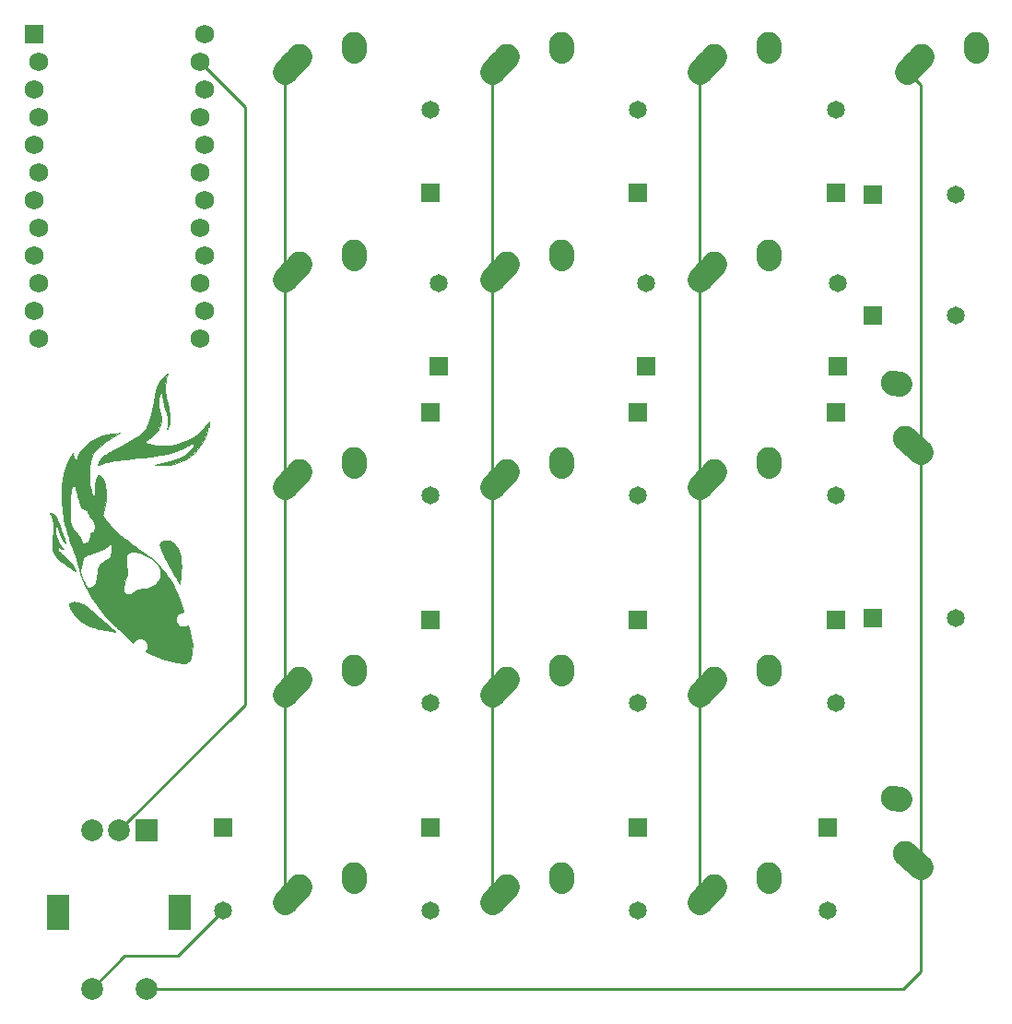
<source format=gtl>
G04 #@! TF.GenerationSoftware,KiCad,Pcbnew,(5.1.4)-1*
G04 #@! TF.CreationDate,2020-11-23T22:31:48-05:00*
G04 #@! TF.ProjectId,Knomberpad,4b6e6f6d-6265-4727-9061-642e6b696361,rev?*
G04 #@! TF.SameCoordinates,Original*
G04 #@! TF.FileFunction,Copper,L1,Top*
G04 #@! TF.FilePolarity,Positive*
%FSLAX46Y46*%
G04 Gerber Fmt 4.6, Leading zero omitted, Abs format (unit mm)*
G04 Created by KiCad (PCBNEW (5.1.4)-1) date 2020-11-23 22:31:48*
%MOMM*%
%LPD*%
G04 APERTURE LIST*
%ADD10C,0.010000*%
%ADD11C,1.651000*%
%ADD12R,1.651000X1.651000*%
%ADD13C,2.250000*%
%ADD14C,2.250000*%
%ADD15C,1.752600*%
%ADD16R,1.752600X1.752600*%
%ADD17C,2.000000*%
%ADD18R,2.000000X3.200000*%
%ADD19R,2.000000X2.000000*%
%ADD20C,0.250000*%
G04 APERTURE END LIST*
D10*
G36*
X54451000Y-73592174D02*
G01*
X54439116Y-73647675D01*
X54411870Y-73736226D01*
X54331867Y-74023783D01*
X54278637Y-74306811D01*
X54248489Y-74606591D01*
X54243125Y-74709262D01*
X54238542Y-74914209D01*
X54243298Y-75112766D01*
X54258500Y-75313255D01*
X54285252Y-75523997D01*
X54324659Y-75753315D01*
X54377829Y-76009530D01*
X54445865Y-76300965D01*
X54464857Y-76378404D01*
X54538453Y-76686938D01*
X54596258Y-76955972D01*
X54638748Y-77191573D01*
X54666402Y-77399806D01*
X54679698Y-77586735D01*
X54679113Y-77758425D01*
X54665125Y-77920942D01*
X54638212Y-78080350D01*
X54608794Y-78205515D01*
X54587396Y-78274305D01*
X54555395Y-78361659D01*
X54517380Y-78456827D01*
X54477941Y-78549058D01*
X54441665Y-78627603D01*
X54413144Y-78681712D01*
X54397403Y-78700690D01*
X54397734Y-78679720D01*
X54409235Y-78625647D01*
X54422928Y-78573690D01*
X54438192Y-78494826D01*
X54451765Y-78377403D01*
X54462740Y-78231238D01*
X54470210Y-78066147D01*
X54470412Y-78059643D01*
X54473659Y-77894871D01*
X54471481Y-77749841D01*
X54462296Y-77615596D01*
X54444521Y-77483177D01*
X54416571Y-77343629D01*
X54376863Y-77187993D01*
X54323814Y-77007313D01*
X54255839Y-76792630D01*
X54235209Y-76729166D01*
X54162718Y-76502966D01*
X54105676Y-76314314D01*
X54062406Y-76155508D01*
X54031233Y-76018847D01*
X54010478Y-75896630D01*
X53998466Y-75781157D01*
X53993519Y-75664726D01*
X53993143Y-75617424D01*
X53993143Y-75386595D01*
X53884778Y-75386595D01*
X53815458Y-75390100D01*
X53774532Y-75408725D01*
X53742100Y-75454630D01*
X53727311Y-75482841D01*
X53672744Y-75612371D01*
X53636033Y-75756342D01*
X53615819Y-75923873D01*
X53610744Y-76124081D01*
X53613682Y-76245357D01*
X53619865Y-76378829D01*
X53628729Y-76491486D01*
X53642406Y-76596704D01*
X53663028Y-76707856D01*
X53692727Y-76838317D01*
X53733634Y-77001462D01*
X53735148Y-77007357D01*
X53788473Y-77218433D01*
X53829249Y-77390225D01*
X53858392Y-77529916D01*
X53876821Y-77644689D01*
X53885452Y-77741730D01*
X53885202Y-77828221D01*
X53876988Y-77911348D01*
X53861727Y-77998294D01*
X53861674Y-77998555D01*
X53803519Y-78212007D01*
X53715777Y-78437852D01*
X53606255Y-78657785D01*
X53519924Y-78799757D01*
X53364546Y-79008064D01*
X53184995Y-79205575D01*
X52990810Y-79383596D01*
X52791529Y-79533435D01*
X52596691Y-79646398D01*
X52584527Y-79652202D01*
X52501443Y-79692279D01*
X52452865Y-79721920D01*
X52429489Y-79751207D01*
X52422007Y-79790226D01*
X52421241Y-79829141D01*
X52420762Y-79929496D01*
X52596143Y-79991780D01*
X52786883Y-80054849D01*
X52967948Y-80103678D01*
X53149728Y-80139759D01*
X53342611Y-80164584D01*
X53556986Y-80179644D01*
X53803242Y-80186431D01*
X53956857Y-80187177D01*
X54368233Y-80176154D01*
X54749448Y-80142703D01*
X55114309Y-80084590D01*
X55476618Y-79999585D01*
X55850180Y-79885455D01*
X55874921Y-79877064D01*
X56309419Y-79704305D01*
X56715912Y-79492131D01*
X57093813Y-79240989D01*
X57442535Y-78951325D01*
X57761490Y-78623586D01*
X58050090Y-78258220D01*
X58103662Y-78181336D01*
X58250667Y-77965905D01*
X58250667Y-78458785D01*
X58190191Y-78458785D01*
X58150285Y-78464566D01*
X58133172Y-78491191D01*
X58129545Y-78549500D01*
X58116454Y-78686760D01*
X58079677Y-78856506D01*
X58022292Y-79050922D01*
X57947379Y-79262192D01*
X57858017Y-79482499D01*
X57757285Y-79704026D01*
X57648261Y-79918957D01*
X57534025Y-80119475D01*
X57472854Y-80216572D01*
X57225360Y-80551053D01*
X56943100Y-80852657D01*
X56627619Y-81120482D01*
X56280459Y-81353625D01*
X55903164Y-81551183D01*
X55497276Y-81712256D01*
X55064340Y-81835939D01*
X54605898Y-81921332D01*
X54542237Y-81929865D01*
X54405549Y-81943417D01*
X54240194Y-81953675D01*
X54058321Y-81960472D01*
X53872076Y-81963640D01*
X53693607Y-81963014D01*
X53535063Y-81958423D01*
X53408590Y-81949703D01*
X53376286Y-81945933D01*
X53255334Y-81929701D01*
X53509334Y-81885317D01*
X53620476Y-81864773D01*
X53718575Y-81844602D01*
X53790763Y-81827560D01*
X53818900Y-81819002D01*
X53886186Y-81801247D01*
X53927757Y-81797150D01*
X53988271Y-81790292D01*
X54086818Y-81771056D01*
X54215290Y-81741623D01*
X54365583Y-81704175D01*
X54529589Y-81660893D01*
X54699204Y-81613958D01*
X54866320Y-81565551D01*
X55022832Y-81517854D01*
X55160633Y-81473047D01*
X55251048Y-81441086D01*
X55629065Y-81277423D01*
X55971911Y-81080693D01*
X56279939Y-80850681D01*
X56443441Y-80701286D01*
X56605042Y-80531871D01*
X56726167Y-80381564D01*
X56806130Y-80251377D01*
X56844244Y-80142321D01*
X56847619Y-80105065D01*
X56847619Y-80006976D01*
X56739232Y-80006976D01*
X56656869Y-80015906D01*
X56574831Y-80047203D01*
X56497890Y-80092026D01*
X56409619Y-80144479D01*
X56288998Y-80210644D01*
X56147862Y-80284513D01*
X55998042Y-80360084D01*
X55851372Y-80431352D01*
X55719684Y-80492310D01*
X55646535Y-80524058D01*
X55446434Y-80601990D01*
X55212368Y-80683860D01*
X54958033Y-80765294D01*
X54697126Y-80841918D01*
X54443343Y-80909358D01*
X54428572Y-80913034D01*
X54245935Y-80956855D01*
X54063317Y-80997480D01*
X53876448Y-81035514D01*
X53681059Y-81071558D01*
X53472880Y-81106215D01*
X53247642Y-81140088D01*
X53001074Y-81173780D01*
X52728907Y-81207893D01*
X52426871Y-81243030D01*
X52090698Y-81279793D01*
X51716116Y-81318785D01*
X51298857Y-81360610D01*
X51162857Y-81373981D01*
X50690447Y-81422375D01*
X50263969Y-81470664D01*
X49880976Y-81519302D01*
X49539023Y-81568744D01*
X49235662Y-81619443D01*
X48968448Y-81671853D01*
X48734934Y-81726428D01*
X48532675Y-81783621D01*
X48359225Y-81843888D01*
X48212136Y-81907680D01*
X48169286Y-81929414D01*
X48095571Y-81965167D01*
X48041752Y-81985268D01*
X48018359Y-81985874D01*
X48018095Y-81984555D01*
X48029585Y-81942600D01*
X48060414Y-81869644D01*
X48105121Y-81776226D01*
X48158249Y-81672889D01*
X48214335Y-81570172D01*
X48267921Y-81478617D01*
X48313546Y-81408763D01*
X48322862Y-81396193D01*
X48396598Y-81305870D01*
X48473632Y-81224782D01*
X48560387Y-81148264D01*
X48663289Y-81071651D01*
X48788762Y-80990278D01*
X48943231Y-80899479D01*
X49133120Y-80794589D01*
X49203429Y-80756742D01*
X49351780Y-80676804D01*
X49509759Y-80590902D01*
X49662262Y-80507297D01*
X49794185Y-80434252D01*
X49844476Y-80406091D01*
X49977729Y-80332054D01*
X50132856Y-80247352D01*
X50288715Y-80163463D01*
X50400857Y-80104053D01*
X50710379Y-79939766D01*
X50980256Y-79791986D01*
X51215091Y-79657657D01*
X51419489Y-79533724D01*
X51598054Y-79417131D01*
X51755391Y-79304823D01*
X51896103Y-79193744D01*
X52024794Y-79080839D01*
X52146070Y-78963053D01*
X52192228Y-78915263D01*
X52348309Y-78738036D01*
X52486839Y-78551490D01*
X52609677Y-78350865D01*
X52718684Y-78131401D01*
X52815719Y-77888337D01*
X52902643Y-77616914D01*
X52981316Y-77312370D01*
X53053598Y-76969946D01*
X53121349Y-76584881D01*
X53134142Y-76504726D01*
X53179419Y-76222027D01*
X53219978Y-75980687D01*
X53257091Y-75774056D01*
X53292027Y-75595485D01*
X53326058Y-75438323D01*
X53360455Y-75295922D01*
X53377872Y-75229357D01*
X53500483Y-74844990D01*
X53651783Y-74498858D01*
X53831590Y-74191277D01*
X54039719Y-73922564D01*
X54256389Y-73709662D01*
X54349490Y-73630755D01*
X54410251Y-73584409D01*
X54442733Y-73571317D01*
X54451000Y-73592174D01*
X54451000Y-73592174D01*
G37*
X54451000Y-73592174D02*
X54439116Y-73647675D01*
X54411870Y-73736226D01*
X54331867Y-74023783D01*
X54278637Y-74306811D01*
X54248489Y-74606591D01*
X54243125Y-74709262D01*
X54238542Y-74914209D01*
X54243298Y-75112766D01*
X54258500Y-75313255D01*
X54285252Y-75523997D01*
X54324659Y-75753315D01*
X54377829Y-76009530D01*
X54445865Y-76300965D01*
X54464857Y-76378404D01*
X54538453Y-76686938D01*
X54596258Y-76955972D01*
X54638748Y-77191573D01*
X54666402Y-77399806D01*
X54679698Y-77586735D01*
X54679113Y-77758425D01*
X54665125Y-77920942D01*
X54638212Y-78080350D01*
X54608794Y-78205515D01*
X54587396Y-78274305D01*
X54555395Y-78361659D01*
X54517380Y-78456827D01*
X54477941Y-78549058D01*
X54441665Y-78627603D01*
X54413144Y-78681712D01*
X54397403Y-78700690D01*
X54397734Y-78679720D01*
X54409235Y-78625647D01*
X54422928Y-78573690D01*
X54438192Y-78494826D01*
X54451765Y-78377403D01*
X54462740Y-78231238D01*
X54470210Y-78066147D01*
X54470412Y-78059643D01*
X54473659Y-77894871D01*
X54471481Y-77749841D01*
X54462296Y-77615596D01*
X54444521Y-77483177D01*
X54416571Y-77343629D01*
X54376863Y-77187993D01*
X54323814Y-77007313D01*
X54255839Y-76792630D01*
X54235209Y-76729166D01*
X54162718Y-76502966D01*
X54105676Y-76314314D01*
X54062406Y-76155508D01*
X54031233Y-76018847D01*
X54010478Y-75896630D01*
X53998466Y-75781157D01*
X53993519Y-75664726D01*
X53993143Y-75617424D01*
X53993143Y-75386595D01*
X53884778Y-75386595D01*
X53815458Y-75390100D01*
X53774532Y-75408725D01*
X53742100Y-75454630D01*
X53727311Y-75482841D01*
X53672744Y-75612371D01*
X53636033Y-75756342D01*
X53615819Y-75923873D01*
X53610744Y-76124081D01*
X53613682Y-76245357D01*
X53619865Y-76378829D01*
X53628729Y-76491486D01*
X53642406Y-76596704D01*
X53663028Y-76707856D01*
X53692727Y-76838317D01*
X53733634Y-77001462D01*
X53735148Y-77007357D01*
X53788473Y-77218433D01*
X53829249Y-77390225D01*
X53858392Y-77529916D01*
X53876821Y-77644689D01*
X53885452Y-77741730D01*
X53885202Y-77828221D01*
X53876988Y-77911348D01*
X53861727Y-77998294D01*
X53861674Y-77998555D01*
X53803519Y-78212007D01*
X53715777Y-78437852D01*
X53606255Y-78657785D01*
X53519924Y-78799757D01*
X53364546Y-79008064D01*
X53184995Y-79205575D01*
X52990810Y-79383596D01*
X52791529Y-79533435D01*
X52596691Y-79646398D01*
X52584527Y-79652202D01*
X52501443Y-79692279D01*
X52452865Y-79721920D01*
X52429489Y-79751207D01*
X52422007Y-79790226D01*
X52421241Y-79829141D01*
X52420762Y-79929496D01*
X52596143Y-79991780D01*
X52786883Y-80054849D01*
X52967948Y-80103678D01*
X53149728Y-80139759D01*
X53342611Y-80164584D01*
X53556986Y-80179644D01*
X53803242Y-80186431D01*
X53956857Y-80187177D01*
X54368233Y-80176154D01*
X54749448Y-80142703D01*
X55114309Y-80084590D01*
X55476618Y-79999585D01*
X55850180Y-79885455D01*
X55874921Y-79877064D01*
X56309419Y-79704305D01*
X56715912Y-79492131D01*
X57093813Y-79240989D01*
X57442535Y-78951325D01*
X57761490Y-78623586D01*
X58050090Y-78258220D01*
X58103662Y-78181336D01*
X58250667Y-77965905D01*
X58250667Y-78458785D01*
X58190191Y-78458785D01*
X58150285Y-78464566D01*
X58133172Y-78491191D01*
X58129545Y-78549500D01*
X58116454Y-78686760D01*
X58079677Y-78856506D01*
X58022292Y-79050922D01*
X57947379Y-79262192D01*
X57858017Y-79482499D01*
X57757285Y-79704026D01*
X57648261Y-79918957D01*
X57534025Y-80119475D01*
X57472854Y-80216572D01*
X57225360Y-80551053D01*
X56943100Y-80852657D01*
X56627619Y-81120482D01*
X56280459Y-81353625D01*
X55903164Y-81551183D01*
X55497276Y-81712256D01*
X55064340Y-81835939D01*
X54605898Y-81921332D01*
X54542237Y-81929865D01*
X54405549Y-81943417D01*
X54240194Y-81953675D01*
X54058321Y-81960472D01*
X53872076Y-81963640D01*
X53693607Y-81963014D01*
X53535063Y-81958423D01*
X53408590Y-81949703D01*
X53376286Y-81945933D01*
X53255334Y-81929701D01*
X53509334Y-81885317D01*
X53620476Y-81864773D01*
X53718575Y-81844602D01*
X53790763Y-81827560D01*
X53818900Y-81819002D01*
X53886186Y-81801247D01*
X53927757Y-81797150D01*
X53988271Y-81790292D01*
X54086818Y-81771056D01*
X54215290Y-81741623D01*
X54365583Y-81704175D01*
X54529589Y-81660893D01*
X54699204Y-81613958D01*
X54866320Y-81565551D01*
X55022832Y-81517854D01*
X55160633Y-81473047D01*
X55251048Y-81441086D01*
X55629065Y-81277423D01*
X55971911Y-81080693D01*
X56279939Y-80850681D01*
X56443441Y-80701286D01*
X56605042Y-80531871D01*
X56726167Y-80381564D01*
X56806130Y-80251377D01*
X56844244Y-80142321D01*
X56847619Y-80105065D01*
X56847619Y-80006976D01*
X56739232Y-80006976D01*
X56656869Y-80015906D01*
X56574831Y-80047203D01*
X56497890Y-80092026D01*
X56409619Y-80144479D01*
X56288998Y-80210644D01*
X56147862Y-80284513D01*
X55998042Y-80360084D01*
X55851372Y-80431352D01*
X55719684Y-80492310D01*
X55646535Y-80524058D01*
X55446434Y-80601990D01*
X55212368Y-80683860D01*
X54958033Y-80765294D01*
X54697126Y-80841918D01*
X54443343Y-80909358D01*
X54428572Y-80913034D01*
X54245935Y-80956855D01*
X54063317Y-80997480D01*
X53876448Y-81035514D01*
X53681059Y-81071558D01*
X53472880Y-81106215D01*
X53247642Y-81140088D01*
X53001074Y-81173780D01*
X52728907Y-81207893D01*
X52426871Y-81243030D01*
X52090698Y-81279793D01*
X51716116Y-81318785D01*
X51298857Y-81360610D01*
X51162857Y-81373981D01*
X50690447Y-81422375D01*
X50263969Y-81470664D01*
X49880976Y-81519302D01*
X49539023Y-81568744D01*
X49235662Y-81619443D01*
X48968448Y-81671853D01*
X48734934Y-81726428D01*
X48532675Y-81783621D01*
X48359225Y-81843888D01*
X48212136Y-81907680D01*
X48169286Y-81929414D01*
X48095571Y-81965167D01*
X48041752Y-81985268D01*
X48018359Y-81985874D01*
X48018095Y-81984555D01*
X48029585Y-81942600D01*
X48060414Y-81869644D01*
X48105121Y-81776226D01*
X48158249Y-81672889D01*
X48214335Y-81570172D01*
X48267921Y-81478617D01*
X48313546Y-81408763D01*
X48322862Y-81396193D01*
X48396598Y-81305870D01*
X48473632Y-81224782D01*
X48560387Y-81148264D01*
X48663289Y-81071651D01*
X48788762Y-80990278D01*
X48943231Y-80899479D01*
X49133120Y-80794589D01*
X49203429Y-80756742D01*
X49351780Y-80676804D01*
X49509759Y-80590902D01*
X49662262Y-80507297D01*
X49794185Y-80434252D01*
X49844476Y-80406091D01*
X49977729Y-80332054D01*
X50132856Y-80247352D01*
X50288715Y-80163463D01*
X50400857Y-80104053D01*
X50710379Y-79939766D01*
X50980256Y-79791986D01*
X51215091Y-79657657D01*
X51419489Y-79533724D01*
X51598054Y-79417131D01*
X51755391Y-79304823D01*
X51896103Y-79193744D01*
X52024794Y-79080839D01*
X52146070Y-78963053D01*
X52192228Y-78915263D01*
X52348309Y-78738036D01*
X52486839Y-78551490D01*
X52609677Y-78350865D01*
X52718684Y-78131401D01*
X52815719Y-77888337D01*
X52902643Y-77616914D01*
X52981316Y-77312370D01*
X53053598Y-76969946D01*
X53121349Y-76584881D01*
X53134142Y-76504726D01*
X53179419Y-76222027D01*
X53219978Y-75980687D01*
X53257091Y-75774056D01*
X53292027Y-75595485D01*
X53326058Y-75438323D01*
X53360455Y-75295922D01*
X53377872Y-75229357D01*
X53500483Y-74844990D01*
X53651783Y-74498858D01*
X53831590Y-74191277D01*
X54039719Y-73922564D01*
X54256389Y-73709662D01*
X54349490Y-73630755D01*
X54410251Y-73584409D01*
X54442733Y-73571317D01*
X54451000Y-73592174D01*
G36*
X43707810Y-86371795D02*
G01*
X43869885Y-86453892D01*
X44032420Y-86575972D01*
X44116159Y-86655398D01*
X44225538Y-86790879D01*
X44332975Y-86969504D01*
X44435943Y-87186040D01*
X44531919Y-87435253D01*
X44607413Y-87673364D01*
X44645066Y-87797704D01*
X44695970Y-87957017D01*
X44756580Y-88140905D01*
X44823348Y-88338971D01*
X44892730Y-88540817D01*
X44961178Y-88736044D01*
X45025147Y-88914255D01*
X45081090Y-89065051D01*
X45089870Y-89088054D01*
X45105837Y-89134110D01*
X45100395Y-89142489D01*
X45075975Y-89124339D01*
X45016752Y-89063251D01*
X44943045Y-88969193D01*
X44861925Y-88852506D01*
X44780465Y-88723535D01*
X44705735Y-88592622D01*
X44683500Y-88550258D01*
X44579987Y-88325521D01*
X44486157Y-88079349D01*
X44411113Y-87836465D01*
X44390304Y-87753976D01*
X44360508Y-87626976D01*
X44147619Y-87626976D01*
X44147619Y-87853617D01*
X44171587Y-88196912D01*
X44242881Y-88534146D01*
X44360586Y-88862929D01*
X44523785Y-89180871D01*
X44731564Y-89485582D01*
X44810401Y-89583595D01*
X44856376Y-89642646D01*
X44883764Y-89685969D01*
X44887391Y-89701363D01*
X44862204Y-89696215D01*
X44806291Y-89671908D01*
X44730864Y-89633411D01*
X44716432Y-89625553D01*
X44584907Y-89563923D01*
X44480058Y-89538783D01*
X44461263Y-89538024D01*
X44365334Y-89538024D01*
X44365333Y-89661707D01*
X44366712Y-89718866D01*
X44375015Y-89762971D01*
X44396495Y-89804654D01*
X44437404Y-89854543D01*
X44503993Y-89923269D01*
X44540714Y-89959902D01*
X44643441Y-90054934D01*
X44762872Y-90154654D01*
X44877749Y-90241566D01*
X44909619Y-90263511D01*
X45091214Y-90400495D01*
X45276811Y-90568688D01*
X45452753Y-90754256D01*
X45605385Y-90943366D01*
X45663971Y-91027679D01*
X45718239Y-91115916D01*
X45777302Y-91220832D01*
X45837082Y-91334017D01*
X45893502Y-91447055D01*
X45942484Y-91551534D01*
X45979951Y-91639041D01*
X46001825Y-91701163D01*
X46004080Y-91729436D01*
X45980284Y-91723168D01*
X45935314Y-91694091D01*
X45925650Y-91686679D01*
X45875978Y-91649406D01*
X45798122Y-91593707D01*
X45689846Y-91518033D01*
X45548913Y-91420836D01*
X45373085Y-91300568D01*
X45160125Y-91155681D01*
X45062117Y-91089179D01*
X44874707Y-90959777D01*
X44707174Y-90839477D01*
X44564164Y-90731834D01*
X44450326Y-90640405D01*
X44370307Y-90568746D01*
X44341101Y-90537497D01*
X44214260Y-90377310D01*
X44116904Y-90236480D01*
X44042170Y-90102434D01*
X43983192Y-89962601D01*
X43933107Y-89804409D01*
X43925303Y-89775975D01*
X43902259Y-89681946D01*
X43886783Y-89592980D01*
X43877613Y-89495720D01*
X43873490Y-89376810D01*
X43873147Y-89223547D01*
X43877258Y-89060771D01*
X43886765Y-88879766D01*
X43900235Y-88703032D01*
X43915557Y-88558309D01*
X43950733Y-88222567D01*
X43969434Y-87900118D01*
X43971802Y-87597357D01*
X43957976Y-87320681D01*
X43928097Y-87076485D01*
X43882303Y-86871164D01*
X43878310Y-86857769D01*
X43840640Y-86752019D01*
X43789388Y-86630979D01*
X43735979Y-86521494D01*
X43642952Y-86347345D01*
X43707810Y-86371795D01*
X43707810Y-86371795D01*
G37*
X43707810Y-86371795D02*
X43869885Y-86453892D01*
X44032420Y-86575972D01*
X44116159Y-86655398D01*
X44225538Y-86790879D01*
X44332975Y-86969504D01*
X44435943Y-87186040D01*
X44531919Y-87435253D01*
X44607413Y-87673364D01*
X44645066Y-87797704D01*
X44695970Y-87957017D01*
X44756580Y-88140905D01*
X44823348Y-88338971D01*
X44892730Y-88540817D01*
X44961178Y-88736044D01*
X45025147Y-88914255D01*
X45081090Y-89065051D01*
X45089870Y-89088054D01*
X45105837Y-89134110D01*
X45100395Y-89142489D01*
X45075975Y-89124339D01*
X45016752Y-89063251D01*
X44943045Y-88969193D01*
X44861925Y-88852506D01*
X44780465Y-88723535D01*
X44705735Y-88592622D01*
X44683500Y-88550258D01*
X44579987Y-88325521D01*
X44486157Y-88079349D01*
X44411113Y-87836465D01*
X44390304Y-87753976D01*
X44360508Y-87626976D01*
X44147619Y-87626976D01*
X44147619Y-87853617D01*
X44171587Y-88196912D01*
X44242881Y-88534146D01*
X44360586Y-88862929D01*
X44523785Y-89180871D01*
X44731564Y-89485582D01*
X44810401Y-89583595D01*
X44856376Y-89642646D01*
X44883764Y-89685969D01*
X44887391Y-89701363D01*
X44862204Y-89696215D01*
X44806291Y-89671908D01*
X44730864Y-89633411D01*
X44716432Y-89625553D01*
X44584907Y-89563923D01*
X44480058Y-89538783D01*
X44461263Y-89538024D01*
X44365334Y-89538024D01*
X44365333Y-89661707D01*
X44366712Y-89718866D01*
X44375015Y-89762971D01*
X44396495Y-89804654D01*
X44437404Y-89854543D01*
X44503993Y-89923269D01*
X44540714Y-89959902D01*
X44643441Y-90054934D01*
X44762872Y-90154654D01*
X44877749Y-90241566D01*
X44909619Y-90263511D01*
X45091214Y-90400495D01*
X45276811Y-90568688D01*
X45452753Y-90754256D01*
X45605385Y-90943366D01*
X45663971Y-91027679D01*
X45718239Y-91115916D01*
X45777302Y-91220832D01*
X45837082Y-91334017D01*
X45893502Y-91447055D01*
X45942484Y-91551534D01*
X45979951Y-91639041D01*
X46001825Y-91701163D01*
X46004080Y-91729436D01*
X45980284Y-91723168D01*
X45935314Y-91694091D01*
X45925650Y-91686679D01*
X45875978Y-91649406D01*
X45798122Y-91593707D01*
X45689846Y-91518033D01*
X45548913Y-91420836D01*
X45373085Y-91300568D01*
X45160125Y-91155681D01*
X45062117Y-91089179D01*
X44874707Y-90959777D01*
X44707174Y-90839477D01*
X44564164Y-90731834D01*
X44450326Y-90640405D01*
X44370307Y-90568746D01*
X44341101Y-90537497D01*
X44214260Y-90377310D01*
X44116904Y-90236480D01*
X44042170Y-90102434D01*
X43983192Y-89962601D01*
X43933107Y-89804409D01*
X43925303Y-89775975D01*
X43902259Y-89681946D01*
X43886783Y-89592980D01*
X43877613Y-89495720D01*
X43873490Y-89376810D01*
X43873147Y-89223547D01*
X43877258Y-89060771D01*
X43886765Y-88879766D01*
X43900235Y-88703032D01*
X43915557Y-88558309D01*
X43950733Y-88222567D01*
X43969434Y-87900118D01*
X43971802Y-87597357D01*
X43957976Y-87320681D01*
X43928097Y-87076485D01*
X43882303Y-86871164D01*
X43878310Y-86857769D01*
X43840640Y-86752019D01*
X43789388Y-86630979D01*
X43735979Y-86521494D01*
X43642952Y-86347345D01*
X43707810Y-86371795D01*
G36*
X46486430Y-92000916D02*
G01*
X46489314Y-92038723D01*
X46484520Y-92047281D01*
X46473525Y-92040067D01*
X46471815Y-92015531D01*
X46477723Y-91989719D01*
X46486430Y-92000916D01*
X46486430Y-92000916D01*
G37*
X46486430Y-92000916D02*
X46489314Y-92038723D01*
X46484520Y-92047281D01*
X46473525Y-92040067D01*
X46471815Y-92015531D01*
X46477723Y-91989719D01*
X46486430Y-92000916D01*
G36*
X46510222Y-92086087D02*
G01*
X46513118Y-92114795D01*
X46510222Y-92118341D01*
X46495841Y-92115020D01*
X46494095Y-92102214D01*
X46502946Y-92082302D01*
X46510222Y-92086087D01*
X46510222Y-92086087D01*
G37*
X46510222Y-92086087D02*
X46513118Y-92114795D01*
X46510222Y-92118341D01*
X46495841Y-92115020D01*
X46494095Y-92102214D01*
X46502946Y-92082302D01*
X46510222Y-92086087D01*
G36*
X46542476Y-92162690D02*
G01*
X46530381Y-92174785D01*
X46518286Y-92162690D01*
X46530381Y-92150595D01*
X46542476Y-92162690D01*
X46542476Y-92162690D01*
G37*
X46542476Y-92162690D02*
X46530381Y-92174785D01*
X46518286Y-92162690D01*
X46530381Y-92150595D01*
X46542476Y-92162690D01*
G36*
X46566667Y-92235262D02*
G01*
X46554572Y-92247357D01*
X46542476Y-92235262D01*
X46554572Y-92223166D01*
X46566667Y-92235262D01*
X46566667Y-92235262D01*
G37*
X46566667Y-92235262D02*
X46554572Y-92247357D01*
X46542476Y-92235262D01*
X46554572Y-92223166D01*
X46566667Y-92235262D01*
G36*
X46590857Y-92307833D02*
G01*
X46578762Y-92319928D01*
X46566667Y-92307833D01*
X46578762Y-92295738D01*
X46590857Y-92307833D01*
X46590857Y-92307833D01*
G37*
X46590857Y-92307833D02*
X46578762Y-92319928D01*
X46566667Y-92307833D01*
X46578762Y-92295738D01*
X46590857Y-92307833D01*
G36*
X46606984Y-92352182D02*
G01*
X46609879Y-92380891D01*
X46606984Y-92384436D01*
X46592603Y-92381116D01*
X46590857Y-92368309D01*
X46599708Y-92348398D01*
X46606984Y-92352182D01*
X46606984Y-92352182D01*
G37*
X46606984Y-92352182D02*
X46609879Y-92380891D01*
X46606984Y-92384436D01*
X46592603Y-92381116D01*
X46590857Y-92368309D01*
X46599708Y-92348398D01*
X46606984Y-92352182D01*
G36*
X46639238Y-92428785D02*
G01*
X46627143Y-92440881D01*
X46615048Y-92428785D01*
X46627143Y-92416690D01*
X46639238Y-92428785D01*
X46639238Y-92428785D01*
G37*
X46639238Y-92428785D02*
X46627143Y-92440881D01*
X46615048Y-92428785D01*
X46627143Y-92416690D01*
X46639238Y-92428785D01*
G36*
X54476991Y-88871276D02*
G01*
X54668711Y-88921716D01*
X54854649Y-89011952D01*
X55030661Y-89139275D01*
X55192605Y-89300977D01*
X55336335Y-89494350D01*
X55457708Y-89716684D01*
X55502645Y-89822178D01*
X55576140Y-90050167D01*
X55634435Y-90316107D01*
X55676754Y-90611766D01*
X55702322Y-90928914D01*
X55710365Y-91259321D01*
X55700106Y-91594755D01*
X55686633Y-91775643D01*
X55675094Y-91903008D01*
X55661188Y-92056578D01*
X55646907Y-92214369D01*
X55637357Y-92319928D01*
X55625194Y-92450296D01*
X55612773Y-92576481D01*
X55601618Y-92683384D01*
X55593813Y-92751479D01*
X55577619Y-92880649D01*
X55477992Y-92715194D01*
X55428131Y-92632641D01*
X55360979Y-92521815D01*
X55284441Y-92395746D01*
X55206424Y-92267464D01*
X55186815Y-92235262D01*
X54947954Y-91834531D01*
X54733581Y-91455567D01*
X54536073Y-91083947D01*
X54347805Y-90705252D01*
X54161155Y-90305058D01*
X54130340Y-90236753D01*
X54063901Y-90090057D01*
X53992035Y-89933394D01*
X53922522Y-89783604D01*
X53863139Y-89657525D01*
X53852276Y-89634785D01*
X53802118Y-89527543D01*
X53759010Y-89430531D01*
X53727965Y-89355334D01*
X53714716Y-89316867D01*
X53717845Y-89235225D01*
X53759665Y-89146552D01*
X53832888Y-89058872D01*
X53930226Y-88980208D01*
X54044391Y-88918585D01*
X54092781Y-88900619D01*
X54283633Y-88863341D01*
X54476991Y-88871276D01*
X54476991Y-88871276D01*
G37*
X54476991Y-88871276D02*
X54668711Y-88921716D01*
X54854649Y-89011952D01*
X55030661Y-89139275D01*
X55192605Y-89300977D01*
X55336335Y-89494350D01*
X55457708Y-89716684D01*
X55502645Y-89822178D01*
X55576140Y-90050167D01*
X55634435Y-90316107D01*
X55676754Y-90611766D01*
X55702322Y-90928914D01*
X55710365Y-91259321D01*
X55700106Y-91594755D01*
X55686633Y-91775643D01*
X55675094Y-91903008D01*
X55661188Y-92056578D01*
X55646907Y-92214369D01*
X55637357Y-92319928D01*
X55625194Y-92450296D01*
X55612773Y-92576481D01*
X55601618Y-92683384D01*
X55593813Y-92751479D01*
X55577619Y-92880649D01*
X55477992Y-92715194D01*
X55428131Y-92632641D01*
X55360979Y-92521815D01*
X55284441Y-92395746D01*
X55206424Y-92267464D01*
X55186815Y-92235262D01*
X54947954Y-91834531D01*
X54733581Y-91455567D01*
X54536073Y-91083947D01*
X54347805Y-90705252D01*
X54161155Y-90305058D01*
X54130340Y-90236753D01*
X54063901Y-90090057D01*
X53992035Y-89933394D01*
X53922522Y-89783604D01*
X53863139Y-89657525D01*
X53852276Y-89634785D01*
X53802118Y-89527543D01*
X53759010Y-89430531D01*
X53727965Y-89355334D01*
X53714716Y-89316867D01*
X53717845Y-89235225D01*
X53759665Y-89146552D01*
X53832888Y-89058872D01*
X53930226Y-88980208D01*
X54044391Y-88918585D01*
X54092781Y-88900619D01*
X54283633Y-88863341D01*
X54476991Y-88871276D01*
G36*
X46046445Y-94541431D02*
G01*
X46184375Y-94569434D01*
X46224907Y-94584098D01*
X46290414Y-94607019D01*
X46341962Y-94617902D01*
X46345859Y-94618043D01*
X46391873Y-94629792D01*
X46470868Y-94662308D01*
X46574301Y-94711535D01*
X46693626Y-94773414D01*
X46814837Y-94840747D01*
X46862351Y-94868190D01*
X46906883Y-94894683D01*
X46950925Y-94922299D01*
X46996965Y-94953112D01*
X47047494Y-94989194D01*
X47105002Y-95032620D01*
X47171980Y-95085463D01*
X47250916Y-95149796D01*
X47344301Y-95227693D01*
X47454625Y-95321227D01*
X47584379Y-95432471D01*
X47736051Y-95563499D01*
X47912133Y-95716384D01*
X48115114Y-95893200D01*
X48347484Y-96096020D01*
X48611734Y-96326917D01*
X48854407Y-96539055D01*
X49019215Y-96683140D01*
X49173072Y-96817659D01*
X49312083Y-96939204D01*
X49432354Y-97044372D01*
X49529991Y-97129757D01*
X49601100Y-97191953D01*
X49641786Y-97227556D01*
X49649743Y-97234531D01*
X49651645Y-97247560D01*
X49615838Y-97251343D01*
X49539935Y-97245697D01*
X49421548Y-97230443D01*
X49258291Y-97205400D01*
X49251810Y-97204356D01*
X48919239Y-97149294D01*
X48628487Y-97097885D01*
X48373258Y-97048729D01*
X48147255Y-97000426D01*
X47944182Y-96951576D01*
X47757740Y-96900780D01*
X47581634Y-96846638D01*
X47463918Y-96806969D01*
X47084326Y-96653603D01*
X46736941Y-96469906D01*
X46423950Y-96257546D01*
X46147540Y-96018192D01*
X45909898Y-95753514D01*
X45719180Y-95475316D01*
X45604782Y-95262037D01*
X45516173Y-95054495D01*
X45457553Y-94863218D01*
X45440900Y-94777624D01*
X45433914Y-94708253D01*
X45443347Y-94667867D01*
X45474342Y-94638401D01*
X45482016Y-94633251D01*
X45594063Y-94581770D01*
X45735806Y-94548624D01*
X45891761Y-94534836D01*
X46046445Y-94541431D01*
X46046445Y-94541431D01*
G37*
X46046445Y-94541431D02*
X46184375Y-94569434D01*
X46224907Y-94584098D01*
X46290414Y-94607019D01*
X46341962Y-94617902D01*
X46345859Y-94618043D01*
X46391873Y-94629792D01*
X46470868Y-94662308D01*
X46574301Y-94711535D01*
X46693626Y-94773414D01*
X46814837Y-94840747D01*
X46862351Y-94868190D01*
X46906883Y-94894683D01*
X46950925Y-94922299D01*
X46996965Y-94953112D01*
X47047494Y-94989194D01*
X47105002Y-95032620D01*
X47171980Y-95085463D01*
X47250916Y-95149796D01*
X47344301Y-95227693D01*
X47454625Y-95321227D01*
X47584379Y-95432471D01*
X47736051Y-95563499D01*
X47912133Y-95716384D01*
X48115114Y-95893200D01*
X48347484Y-96096020D01*
X48611734Y-96326917D01*
X48854407Y-96539055D01*
X49019215Y-96683140D01*
X49173072Y-96817659D01*
X49312083Y-96939204D01*
X49432354Y-97044372D01*
X49529991Y-97129757D01*
X49601100Y-97191953D01*
X49641786Y-97227556D01*
X49649743Y-97234531D01*
X49651645Y-97247560D01*
X49615838Y-97251343D01*
X49539935Y-97245697D01*
X49421548Y-97230443D01*
X49258291Y-97205400D01*
X49251810Y-97204356D01*
X48919239Y-97149294D01*
X48628487Y-97097885D01*
X48373258Y-97048729D01*
X48147255Y-97000426D01*
X47944182Y-96951576D01*
X47757740Y-96900780D01*
X47581634Y-96846638D01*
X47463918Y-96806969D01*
X47084326Y-96653603D01*
X46736941Y-96469906D01*
X46423950Y-96257546D01*
X46147540Y-96018192D01*
X45909898Y-95753514D01*
X45719180Y-95475316D01*
X45604782Y-95262037D01*
X45516173Y-95054495D01*
X45457553Y-94863218D01*
X45440900Y-94777624D01*
X45433914Y-94708253D01*
X45443347Y-94667867D01*
X45474342Y-94638401D01*
X45482016Y-94633251D01*
X45594063Y-94581770D01*
X45735806Y-94548624D01*
X45891761Y-94534836D01*
X46046445Y-94541431D01*
G36*
X49784000Y-79208576D02*
G01*
X49425587Y-79419956D01*
X49107956Y-79616894D01*
X48826807Y-79802499D01*
X48577836Y-79979881D01*
X48356741Y-80152148D01*
X48159220Y-80322410D01*
X47980971Y-80493775D01*
X47924297Y-80552520D01*
X47776109Y-80723613D01*
X47656471Y-80897269D01*
X47557075Y-81087720D01*
X47469614Y-81309200D01*
X47451427Y-81362669D01*
X47388674Y-81569366D01*
X47339916Y-81773419D01*
X47303856Y-81984585D01*
X47279199Y-82212621D01*
X47264646Y-82467285D01*
X47258902Y-82758332D01*
X47258707Y-82813071D01*
X47263187Y-83140623D01*
X47278883Y-83433530D01*
X47307572Y-83704596D01*
X47351030Y-83966627D01*
X47411035Y-84232430D01*
X47489364Y-84514808D01*
X47499571Y-84548738D01*
X47560032Y-84748309D01*
X47769193Y-84748309D01*
X47783626Y-84270547D01*
X47797593Y-83962182D01*
X47819886Y-83696578D01*
X47851123Y-83468735D01*
X47891924Y-83273651D01*
X47919054Y-83177258D01*
X47962749Y-83065373D01*
X48014332Y-82978201D01*
X48067989Y-82923971D01*
X48107943Y-82909833D01*
X48183980Y-82929454D01*
X48274722Y-82982791D01*
X48370865Y-83061556D01*
X48463107Y-83157459D01*
X48542146Y-83262213D01*
X48583055Y-83333166D01*
X48618259Y-83423720D01*
X48655103Y-83553421D01*
X48691801Y-83713158D01*
X48726565Y-83893819D01*
X48757609Y-84086292D01*
X48783145Y-84281467D01*
X48798073Y-84429517D01*
X48810476Y-84813869D01*
X48782318Y-85211870D01*
X48713176Y-85626792D01*
X48602625Y-86061912D01*
X48574425Y-86155138D01*
X48538177Y-86287191D01*
X48512950Y-86410345D01*
X48502089Y-86507829D01*
X48501905Y-86518679D01*
X48503212Y-86571903D01*
X48510154Y-86616869D01*
X48527265Y-86662494D01*
X48559077Y-86717697D01*
X48610124Y-86791396D01*
X48684938Y-86892507D01*
X48706634Y-86921445D01*
X48958739Y-87243261D01*
X49215586Y-87541309D01*
X49485005Y-87823283D01*
X49774827Y-88096878D01*
X50092881Y-88369789D01*
X50446998Y-88649710D01*
X50526955Y-88710314D01*
X50667799Y-88817527D01*
X50815197Y-88931742D01*
X50957287Y-89043633D01*
X51082207Y-89143872D01*
X51164620Y-89211761D01*
X51279207Y-89303506D01*
X51418967Y-89408644D01*
X51567763Y-89515385D01*
X51709458Y-89611937D01*
X51736261Y-89629465D01*
X52034897Y-89825151D01*
X52297226Y-90001934D01*
X52529222Y-90164429D01*
X52736856Y-90317251D01*
X52926101Y-90465014D01*
X53102931Y-90612335D01*
X53273319Y-90763828D01*
X53443237Y-90924109D01*
X53558822Y-91037744D01*
X53907573Y-91406305D01*
X54222920Y-91784914D01*
X54511072Y-92182332D01*
X54778240Y-92607324D01*
X55030632Y-93068653D01*
X55110120Y-93227071D01*
X55194178Y-93401509D01*
X55272697Y-93572595D01*
X55347916Y-93746243D01*
X55422073Y-93928361D01*
X55497406Y-94124862D01*
X55576154Y-94341656D01*
X55660554Y-94584653D01*
X55752845Y-94859766D01*
X55855264Y-95172904D01*
X55903501Y-95322347D01*
X55947206Y-95458195D01*
X55787752Y-95473085D01*
X55618323Y-95509155D01*
X55478381Y-95583350D01*
X55366774Y-95696351D01*
X55337986Y-95738984D01*
X55300316Y-95807066D01*
X55276912Y-95873066D01*
X55263360Y-95954156D01*
X55255676Y-96059200D01*
X55255345Y-96229593D01*
X55276273Y-96366166D01*
X55321280Y-96479827D01*
X55389555Y-96577274D01*
X55493215Y-96675867D01*
X55611456Y-96741020D01*
X55755742Y-96777943D01*
X55853829Y-96788343D01*
X55976547Y-96791660D01*
X56075862Y-96780924D01*
X56175365Y-96753574D01*
X56175915Y-96753386D01*
X56314592Y-96706196D01*
X56414424Y-97022824D01*
X56471097Y-97211674D01*
X56527905Y-97417373D01*
X56581889Y-97627845D01*
X56630089Y-97831019D01*
X56669547Y-98014820D01*
X56697302Y-98167175D01*
X56701160Y-98192615D01*
X56720394Y-98405091D01*
X56722894Y-98647828D01*
X56709592Y-98906046D01*
X56681424Y-99164967D01*
X56639323Y-99409813D01*
X56618363Y-99502248D01*
X56561931Y-99672651D01*
X56480348Y-99840671D01*
X56383485Y-99987251D01*
X56341380Y-100037014D01*
X56292288Y-100086791D01*
X56249041Y-100115897D01*
X56195025Y-100131076D01*
X56113627Y-100139072D01*
X56085619Y-100140824D01*
X55979991Y-100144836D01*
X55875912Y-100145028D01*
X55807429Y-100142098D01*
X55521994Y-100112686D01*
X55242162Y-100070611D01*
X54958358Y-100013718D01*
X54661009Y-99939853D01*
X54340543Y-99846859D01*
X53987385Y-99732582D01*
X53985322Y-99731886D01*
X53579836Y-99588667D01*
X53211119Y-99444438D01*
X52867692Y-99294631D01*
X52761792Y-99245021D01*
X52630996Y-99182596D01*
X52538583Y-99136757D01*
X52479453Y-99102875D01*
X52448507Y-99076325D01*
X52440645Y-99052480D01*
X52450767Y-99026711D01*
X52473774Y-98994393D01*
X52478527Y-98988013D01*
X52536849Y-98891210D01*
X52572170Y-98783089D01*
X52588179Y-98649712D01*
X52590095Y-98566316D01*
X52582491Y-98408983D01*
X52557091Y-98285025D01*
X52510013Y-98181481D01*
X52450565Y-98100434D01*
X52342449Y-97999403D01*
X52216722Y-97933269D01*
X52062889Y-97897156D01*
X51999113Y-97890603D01*
X51805572Y-97894702D01*
X51637363Y-97937170D01*
X51497090Y-98016678D01*
X51387355Y-98131897D01*
X51330447Y-98232316D01*
X51286353Y-98330804D01*
X50715044Y-97755255D01*
X50560657Y-97600865D01*
X50400697Y-97442952D01*
X50242568Y-97288681D01*
X50093672Y-97145216D01*
X49961413Y-97019722D01*
X49853193Y-96919363D01*
X49824773Y-96893659D01*
X49498569Y-96589731D01*
X49167713Y-96260099D01*
X48843067Y-95916364D01*
X48535493Y-95570128D01*
X48255852Y-95232992D01*
X48181173Y-95138119D01*
X48092883Y-95022777D01*
X48002510Y-94901768D01*
X47914785Y-94781757D01*
X47834441Y-94669412D01*
X47766209Y-94571399D01*
X47714820Y-94494385D01*
X47685005Y-94445035D01*
X47679429Y-94431172D01*
X47664928Y-94401817D01*
X47628320Y-94351648D01*
X47607840Y-94326824D01*
X47564379Y-94270768D01*
X47538406Y-94227247D01*
X47535269Y-94216463D01*
X47521419Y-94183182D01*
X47486929Y-94126408D01*
X47457508Y-94083864D01*
X47400350Y-93998376D01*
X47327532Y-93879524D01*
X47244780Y-93737342D01*
X47157816Y-93581867D01*
X47072366Y-93423132D01*
X47025240Y-93331627D01*
X50417924Y-93331627D01*
X50428643Y-93464044D01*
X50432031Y-93488987D01*
X50449427Y-93593787D01*
X50468344Y-93663159D01*
X50493485Y-93709950D01*
X50525073Y-93743160D01*
X50557085Y-93768215D01*
X50591201Y-93784063D01*
X50638276Y-93792325D01*
X50709164Y-93794623D01*
X50814719Y-93792578D01*
X50848967Y-93791541D01*
X51108205Y-93783452D01*
X51347198Y-93624115D01*
X51451729Y-93556719D01*
X51551846Y-93496194D01*
X51635125Y-93449825D01*
X51683127Y-93427089D01*
X51787428Y-93396686D01*
X51934394Y-93369092D01*
X52118350Y-93345167D01*
X52333619Y-93325770D01*
X52369035Y-93323251D01*
X52613280Y-93294047D01*
X52817983Y-93242991D01*
X52981740Y-93170567D01*
X53103147Y-93077260D01*
X53112684Y-93067043D01*
X53163836Y-93023565D01*
X53234286Y-92978209D01*
X53254240Y-92967478D01*
X53362636Y-92895409D01*
X53476500Y-92791782D01*
X53583451Y-92670004D01*
X53671106Y-92543485D01*
X53705794Y-92478479D01*
X53777181Y-92273237D01*
X53812320Y-92048335D01*
X53811223Y-91816141D01*
X53773902Y-91589026D01*
X53704749Y-91388889D01*
X53618461Y-91225993D01*
X53509673Y-91071830D01*
X53374344Y-90922798D01*
X53208433Y-90775300D01*
X53007898Y-90625733D01*
X52768699Y-90470499D01*
X52493334Y-90309655D01*
X52263593Y-90185570D01*
X52063976Y-90088914D01*
X51886537Y-90017260D01*
X51723331Y-89968179D01*
X51566411Y-89939245D01*
X51407833Y-89928030D01*
X51254679Y-89931216D01*
X51073016Y-89954017D01*
X50927453Y-90001697D01*
X50810929Y-90077279D01*
X50740760Y-90151030D01*
X50711970Y-90188565D01*
X50691649Y-90222776D01*
X50678074Y-90262960D01*
X50669523Y-90318410D01*
X50664275Y-90398424D01*
X50660605Y-90512295D01*
X50658595Y-90594487D01*
X50657227Y-90786728D01*
X50664062Y-90960150D01*
X50680540Y-91137659D01*
X50703650Y-91311956D01*
X50728971Y-91500091D01*
X50743697Y-91656978D01*
X50746707Y-91794634D01*
X50736878Y-91925074D01*
X50713089Y-92060313D01*
X50674219Y-92212366D01*
X50619145Y-92393249D01*
X50596003Y-92465071D01*
X50525088Y-92693179D01*
X50473145Y-92885628D01*
X50438852Y-93050679D01*
X50420886Y-93196592D01*
X50417924Y-93331627D01*
X47025240Y-93331627D01*
X46995785Y-93274434D01*
X46949836Y-93180220D01*
X46896932Y-93067715D01*
X46840784Y-92945299D01*
X46785104Y-92821353D01*
X46733601Y-92704259D01*
X46689987Y-92602398D01*
X46657971Y-92524151D01*
X46641265Y-92477899D01*
X46639703Y-92470139D01*
X46650323Y-92482652D01*
X46678652Y-92529964D01*
X46720000Y-92603991D01*
X46755946Y-92670690D01*
X46821816Y-92789841D01*
X46896423Y-92917577D01*
X46966741Y-93031785D01*
X46987477Y-93063785D01*
X47044090Y-93148111D01*
X47084298Y-93199861D01*
X47118121Y-93226985D01*
X47155579Y-93237437D01*
X47206691Y-93239166D01*
X47208473Y-93239166D01*
X47276140Y-93234056D01*
X47321239Y-93221215D01*
X47328667Y-93214976D01*
X47362720Y-93194794D01*
X47391534Y-93190785D01*
X47466427Y-93173310D01*
X47557535Y-93126404D01*
X47650767Y-93058347D01*
X47707102Y-93005359D01*
X47791198Y-92903254D01*
X47858012Y-92788903D01*
X47909745Y-92655163D01*
X47948596Y-92494890D01*
X47976766Y-92300940D01*
X47996457Y-92066169D01*
X47996472Y-92065928D01*
X48007268Y-91919848D01*
X48020660Y-91777681D01*
X48035236Y-91652328D01*
X48049581Y-91556689D01*
X48055494Y-91527174D01*
X48108683Y-91351736D01*
X48185870Y-91195529D01*
X48291680Y-91053501D01*
X48430739Y-90920602D01*
X48607674Y-90791779D01*
X48827110Y-90661979D01*
X48867800Y-90640077D01*
X49000743Y-90564344D01*
X49096295Y-90495740D01*
X49162832Y-90425702D01*
X49208729Y-90345666D01*
X49238421Y-90261119D01*
X49261964Y-90155221D01*
X49283474Y-90013817D01*
X49301625Y-89849778D01*
X49315088Y-89675974D01*
X49322538Y-89505275D01*
X49323566Y-89435214D01*
X49324381Y-89247738D01*
X49225280Y-89247738D01*
X49172710Y-89251474D01*
X49126036Y-89267083D01*
X49073586Y-89301164D01*
X49003687Y-89360315D01*
X48966565Y-89393995D01*
X48816461Y-89512983D01*
X48633026Y-89624254D01*
X48412197Y-89729819D01*
X48149908Y-89831688D01*
X47938778Y-89902088D01*
X47671848Y-89988190D01*
X47447450Y-90065199D01*
X47261012Y-90135061D01*
X47107962Y-90199719D01*
X46983725Y-90261120D01*
X46883732Y-90321207D01*
X46803407Y-90381926D01*
X46796402Y-90388000D01*
X46728194Y-90455929D01*
X46680687Y-90527055D01*
X46648515Y-90614025D01*
X46626311Y-90729483D01*
X46616042Y-90813047D01*
X46596738Y-90942952D01*
X46567522Y-91085290D01*
X46534449Y-91210853D01*
X46531830Y-91219262D01*
X46502087Y-91323745D01*
X46483228Y-91421370D01*
X46472912Y-91529592D01*
X46468799Y-91665868D01*
X46468563Y-91690976D01*
X46467467Y-91809519D01*
X46465532Y-91885025D01*
X46461625Y-91922836D01*
X46454612Y-91928294D01*
X46443360Y-91906743D01*
X46430077Y-91872404D01*
X46413891Y-91821778D01*
X46388194Y-91732116D01*
X46355134Y-91611339D01*
X46316856Y-91467367D01*
X46275507Y-91308119D01*
X46249771Y-91207166D01*
X46199351Y-91009936D01*
X46154441Y-90840195D01*
X46112149Y-90689197D01*
X46069584Y-90548195D01*
X46023854Y-90408441D01*
X45972069Y-90261189D01*
X45911337Y-90097691D01*
X45838767Y-89909201D01*
X45751468Y-89686971D01*
X45726043Y-89622690D01*
X45540800Y-89138276D01*
X45380984Y-88682921D01*
X45243796Y-88246387D01*
X45126442Y-87818436D01*
X45026125Y-87388831D01*
X44940048Y-86947332D01*
X44874356Y-86539230D01*
X45460260Y-86539230D01*
X45461220Y-86672818D01*
X45464349Y-86768088D01*
X45464870Y-86776440D01*
X45504792Y-87092576D01*
X45582062Y-87385534D01*
X45699140Y-87660568D01*
X45858486Y-87922932D01*
X46062559Y-88177881D01*
X46178248Y-88300300D01*
X46300671Y-88427554D01*
X46391940Y-88533127D01*
X46458043Y-88626342D01*
X46504968Y-88716520D01*
X46538704Y-88812982D01*
X46558248Y-88891833D01*
X46581990Y-88981540D01*
X46608675Y-89054161D01*
X46632837Y-89095031D01*
X46634568Y-89096547D01*
X46694533Y-89120151D01*
X46784405Y-89128427D01*
X46888520Y-89122292D01*
X46991214Y-89102662D01*
X47076316Y-89070720D01*
X47153813Y-89016885D01*
X47215768Y-88942143D01*
X47265574Y-88839571D01*
X47306626Y-88702250D01*
X47341046Y-88530732D01*
X47362213Y-88414620D01*
X47383953Y-88308464D01*
X47403291Y-88226163D01*
X47414085Y-88189404D01*
X47434630Y-88142295D01*
X47462447Y-88119120D01*
X47513334Y-88111451D01*
X47561442Y-88110785D01*
X47634643Y-88107907D01*
X47675205Y-88094512D01*
X47698751Y-88063460D01*
X47706997Y-88044262D01*
X47741948Y-87920678D01*
X47763810Y-87769148D01*
X47770887Y-87608742D01*
X47761488Y-87458533D01*
X47759990Y-87447642D01*
X47731313Y-87302957D01*
X47686469Y-87177734D01*
X47618521Y-87058228D01*
X47520532Y-86930693D01*
X47469716Y-86872506D01*
X47374667Y-86760457D01*
X47300397Y-86655979D01*
X47237212Y-86543004D01*
X47175420Y-86405465D01*
X47149792Y-86342167D01*
X47079370Y-86207838D01*
X46983081Y-86104031D01*
X46851990Y-86022155D01*
X46786775Y-85993202D01*
X46672082Y-85943932D01*
X46593595Y-85901809D01*
X46541375Y-85859441D01*
X46505482Y-85809436D01*
X46486409Y-85769825D01*
X46472240Y-85728388D01*
X46447147Y-85645956D01*
X46412732Y-85528265D01*
X46370595Y-85381053D01*
X46322337Y-85210057D01*
X46269558Y-85021013D01*
X46213858Y-84819657D01*
X46156839Y-84611728D01*
X46100101Y-84402961D01*
X46045245Y-84199094D01*
X45993871Y-84005864D01*
X45987120Y-83980262D01*
X45968041Y-83917114D01*
X45944027Y-83887193D01*
X45898619Y-83878088D01*
X45850784Y-83877452D01*
X45789378Y-83879235D01*
X45751290Y-83891563D01*
X45723227Y-83924903D01*
X45691895Y-83989721D01*
X45683158Y-84009438D01*
X45650047Y-84090297D01*
X45621301Y-84175484D01*
X45596400Y-84269510D01*
X45574820Y-84376884D01*
X45556042Y-84502116D01*
X45539542Y-84649716D01*
X45524801Y-84824194D01*
X45511297Y-85030058D01*
X45498508Y-85271820D01*
X45485912Y-85553989D01*
X45476057Y-85800595D01*
X45469368Y-85998005D01*
X45464437Y-86192878D01*
X45461367Y-86376268D01*
X45460260Y-86539230D01*
X44874356Y-86539230D01*
X44865417Y-86483704D01*
X44861639Y-86457710D01*
X44799260Y-85978278D01*
X44753075Y-85517253D01*
X44723334Y-85079855D01*
X44710293Y-84671305D01*
X44714204Y-84296823D01*
X44735320Y-83961630D01*
X44738864Y-83925833D01*
X44817483Y-83353270D01*
X44933497Y-82807216D01*
X45088952Y-82281149D01*
X45285897Y-81768544D01*
X45526377Y-81262877D01*
X45641039Y-81050665D01*
X45729271Y-80892892D01*
X45772444Y-81068526D01*
X45801887Y-81171188D01*
X45837004Y-81269254D01*
X45869025Y-81339187D01*
X45906224Y-81398078D01*
X45943150Y-81425729D01*
X46000000Y-81433829D01*
X46033206Y-81434214D01*
X46143979Y-81434214D01*
X46173415Y-81307214D01*
X46212305Y-81184721D01*
X46275342Y-81037757D01*
X46355783Y-80879084D01*
X46446882Y-80721465D01*
X46541895Y-80577664D01*
X46598668Y-80502463D01*
X46831316Y-80248481D01*
X47104553Y-80011971D01*
X47412973Y-79795402D01*
X47751170Y-79601241D01*
X48113738Y-79431957D01*
X48495270Y-79290019D01*
X48890361Y-79177895D01*
X49293603Y-79098052D01*
X49699591Y-79052959D01*
X49784000Y-79048169D01*
X50086381Y-79033912D01*
X49784000Y-79208576D01*
X49784000Y-79208576D01*
G37*
X49784000Y-79208576D02*
X49425587Y-79419956D01*
X49107956Y-79616894D01*
X48826807Y-79802499D01*
X48577836Y-79979881D01*
X48356741Y-80152148D01*
X48159220Y-80322410D01*
X47980971Y-80493775D01*
X47924297Y-80552520D01*
X47776109Y-80723613D01*
X47656471Y-80897269D01*
X47557075Y-81087720D01*
X47469614Y-81309200D01*
X47451427Y-81362669D01*
X47388674Y-81569366D01*
X47339916Y-81773419D01*
X47303856Y-81984585D01*
X47279199Y-82212621D01*
X47264646Y-82467285D01*
X47258902Y-82758332D01*
X47258707Y-82813071D01*
X47263187Y-83140623D01*
X47278883Y-83433530D01*
X47307572Y-83704596D01*
X47351030Y-83966627D01*
X47411035Y-84232430D01*
X47489364Y-84514808D01*
X47499571Y-84548738D01*
X47560032Y-84748309D01*
X47769193Y-84748309D01*
X47783626Y-84270547D01*
X47797593Y-83962182D01*
X47819886Y-83696578D01*
X47851123Y-83468735D01*
X47891924Y-83273651D01*
X47919054Y-83177258D01*
X47962749Y-83065373D01*
X48014332Y-82978201D01*
X48067989Y-82923971D01*
X48107943Y-82909833D01*
X48183980Y-82929454D01*
X48274722Y-82982791D01*
X48370865Y-83061556D01*
X48463107Y-83157459D01*
X48542146Y-83262213D01*
X48583055Y-83333166D01*
X48618259Y-83423720D01*
X48655103Y-83553421D01*
X48691801Y-83713158D01*
X48726565Y-83893819D01*
X48757609Y-84086292D01*
X48783145Y-84281467D01*
X48798073Y-84429517D01*
X48810476Y-84813869D01*
X48782318Y-85211870D01*
X48713176Y-85626792D01*
X48602625Y-86061912D01*
X48574425Y-86155138D01*
X48538177Y-86287191D01*
X48512950Y-86410345D01*
X48502089Y-86507829D01*
X48501905Y-86518679D01*
X48503212Y-86571903D01*
X48510154Y-86616869D01*
X48527265Y-86662494D01*
X48559077Y-86717697D01*
X48610124Y-86791396D01*
X48684938Y-86892507D01*
X48706634Y-86921445D01*
X48958739Y-87243261D01*
X49215586Y-87541309D01*
X49485005Y-87823283D01*
X49774827Y-88096878D01*
X50092881Y-88369789D01*
X50446998Y-88649710D01*
X50526955Y-88710314D01*
X50667799Y-88817527D01*
X50815197Y-88931742D01*
X50957287Y-89043633D01*
X51082207Y-89143872D01*
X51164620Y-89211761D01*
X51279207Y-89303506D01*
X51418967Y-89408644D01*
X51567763Y-89515385D01*
X51709458Y-89611937D01*
X51736261Y-89629465D01*
X52034897Y-89825151D01*
X52297226Y-90001934D01*
X52529222Y-90164429D01*
X52736856Y-90317251D01*
X52926101Y-90465014D01*
X53102931Y-90612335D01*
X53273319Y-90763828D01*
X53443237Y-90924109D01*
X53558822Y-91037744D01*
X53907573Y-91406305D01*
X54222920Y-91784914D01*
X54511072Y-92182332D01*
X54778240Y-92607324D01*
X55030632Y-93068653D01*
X55110120Y-93227071D01*
X55194178Y-93401509D01*
X55272697Y-93572595D01*
X55347916Y-93746243D01*
X55422073Y-93928361D01*
X55497406Y-94124862D01*
X55576154Y-94341656D01*
X55660554Y-94584653D01*
X55752845Y-94859766D01*
X55855264Y-95172904D01*
X55903501Y-95322347D01*
X55947206Y-95458195D01*
X55787752Y-95473085D01*
X55618323Y-95509155D01*
X55478381Y-95583350D01*
X55366774Y-95696351D01*
X55337986Y-95738984D01*
X55300316Y-95807066D01*
X55276912Y-95873066D01*
X55263360Y-95954156D01*
X55255676Y-96059200D01*
X55255345Y-96229593D01*
X55276273Y-96366166D01*
X55321280Y-96479827D01*
X55389555Y-96577274D01*
X55493215Y-96675867D01*
X55611456Y-96741020D01*
X55755742Y-96777943D01*
X55853829Y-96788343D01*
X55976547Y-96791660D01*
X56075862Y-96780924D01*
X56175365Y-96753574D01*
X56175915Y-96753386D01*
X56314592Y-96706196D01*
X56414424Y-97022824D01*
X56471097Y-97211674D01*
X56527905Y-97417373D01*
X56581889Y-97627845D01*
X56630089Y-97831019D01*
X56669547Y-98014820D01*
X56697302Y-98167175D01*
X56701160Y-98192615D01*
X56720394Y-98405091D01*
X56722894Y-98647828D01*
X56709592Y-98906046D01*
X56681424Y-99164967D01*
X56639323Y-99409813D01*
X56618363Y-99502248D01*
X56561931Y-99672651D01*
X56480348Y-99840671D01*
X56383485Y-99987251D01*
X56341380Y-100037014D01*
X56292288Y-100086791D01*
X56249041Y-100115897D01*
X56195025Y-100131076D01*
X56113627Y-100139072D01*
X56085619Y-100140824D01*
X55979991Y-100144836D01*
X55875912Y-100145028D01*
X55807429Y-100142098D01*
X55521994Y-100112686D01*
X55242162Y-100070611D01*
X54958358Y-100013718D01*
X54661009Y-99939853D01*
X54340543Y-99846859D01*
X53987385Y-99732582D01*
X53985322Y-99731886D01*
X53579836Y-99588667D01*
X53211119Y-99444438D01*
X52867692Y-99294631D01*
X52761792Y-99245021D01*
X52630996Y-99182596D01*
X52538583Y-99136757D01*
X52479453Y-99102875D01*
X52448507Y-99076325D01*
X52440645Y-99052480D01*
X52450767Y-99026711D01*
X52473774Y-98994393D01*
X52478527Y-98988013D01*
X52536849Y-98891210D01*
X52572170Y-98783089D01*
X52588179Y-98649712D01*
X52590095Y-98566316D01*
X52582491Y-98408983D01*
X52557091Y-98285025D01*
X52510013Y-98181481D01*
X52450565Y-98100434D01*
X52342449Y-97999403D01*
X52216722Y-97933269D01*
X52062889Y-97897156D01*
X51999113Y-97890603D01*
X51805572Y-97894702D01*
X51637363Y-97937170D01*
X51497090Y-98016678D01*
X51387355Y-98131897D01*
X51330447Y-98232316D01*
X51286353Y-98330804D01*
X50715044Y-97755255D01*
X50560657Y-97600865D01*
X50400697Y-97442952D01*
X50242568Y-97288681D01*
X50093672Y-97145216D01*
X49961413Y-97019722D01*
X49853193Y-96919363D01*
X49824773Y-96893659D01*
X49498569Y-96589731D01*
X49167713Y-96260099D01*
X48843067Y-95916364D01*
X48535493Y-95570128D01*
X48255852Y-95232992D01*
X48181173Y-95138119D01*
X48092883Y-95022777D01*
X48002510Y-94901768D01*
X47914785Y-94781757D01*
X47834441Y-94669412D01*
X47766209Y-94571399D01*
X47714820Y-94494385D01*
X47685005Y-94445035D01*
X47679429Y-94431172D01*
X47664928Y-94401817D01*
X47628320Y-94351648D01*
X47607840Y-94326824D01*
X47564379Y-94270768D01*
X47538406Y-94227247D01*
X47535269Y-94216463D01*
X47521419Y-94183182D01*
X47486929Y-94126408D01*
X47457508Y-94083864D01*
X47400350Y-93998376D01*
X47327532Y-93879524D01*
X47244780Y-93737342D01*
X47157816Y-93581867D01*
X47072366Y-93423132D01*
X47025240Y-93331627D01*
X50417924Y-93331627D01*
X50428643Y-93464044D01*
X50432031Y-93488987D01*
X50449427Y-93593787D01*
X50468344Y-93663159D01*
X50493485Y-93709950D01*
X50525073Y-93743160D01*
X50557085Y-93768215D01*
X50591201Y-93784063D01*
X50638276Y-93792325D01*
X50709164Y-93794623D01*
X50814719Y-93792578D01*
X50848967Y-93791541D01*
X51108205Y-93783452D01*
X51347198Y-93624115D01*
X51451729Y-93556719D01*
X51551846Y-93496194D01*
X51635125Y-93449825D01*
X51683127Y-93427089D01*
X51787428Y-93396686D01*
X51934394Y-93369092D01*
X52118350Y-93345167D01*
X52333619Y-93325770D01*
X52369035Y-93323251D01*
X52613280Y-93294047D01*
X52817983Y-93242991D01*
X52981740Y-93170567D01*
X53103147Y-93077260D01*
X53112684Y-93067043D01*
X53163836Y-93023565D01*
X53234286Y-92978209D01*
X53254240Y-92967478D01*
X53362636Y-92895409D01*
X53476500Y-92791782D01*
X53583451Y-92670004D01*
X53671106Y-92543485D01*
X53705794Y-92478479D01*
X53777181Y-92273237D01*
X53812320Y-92048335D01*
X53811223Y-91816141D01*
X53773902Y-91589026D01*
X53704749Y-91388889D01*
X53618461Y-91225993D01*
X53509673Y-91071830D01*
X53374344Y-90922798D01*
X53208433Y-90775300D01*
X53007898Y-90625733D01*
X52768699Y-90470499D01*
X52493334Y-90309655D01*
X52263593Y-90185570D01*
X52063976Y-90088914D01*
X51886537Y-90017260D01*
X51723331Y-89968179D01*
X51566411Y-89939245D01*
X51407833Y-89928030D01*
X51254679Y-89931216D01*
X51073016Y-89954017D01*
X50927453Y-90001697D01*
X50810929Y-90077279D01*
X50740760Y-90151030D01*
X50711970Y-90188565D01*
X50691649Y-90222776D01*
X50678074Y-90262960D01*
X50669523Y-90318410D01*
X50664275Y-90398424D01*
X50660605Y-90512295D01*
X50658595Y-90594487D01*
X50657227Y-90786728D01*
X50664062Y-90960150D01*
X50680540Y-91137659D01*
X50703650Y-91311956D01*
X50728971Y-91500091D01*
X50743697Y-91656978D01*
X50746707Y-91794634D01*
X50736878Y-91925074D01*
X50713089Y-92060313D01*
X50674219Y-92212366D01*
X50619145Y-92393249D01*
X50596003Y-92465071D01*
X50525088Y-92693179D01*
X50473145Y-92885628D01*
X50438852Y-93050679D01*
X50420886Y-93196592D01*
X50417924Y-93331627D01*
X47025240Y-93331627D01*
X46995785Y-93274434D01*
X46949836Y-93180220D01*
X46896932Y-93067715D01*
X46840784Y-92945299D01*
X46785104Y-92821353D01*
X46733601Y-92704259D01*
X46689987Y-92602398D01*
X46657971Y-92524151D01*
X46641265Y-92477899D01*
X46639703Y-92470139D01*
X46650323Y-92482652D01*
X46678652Y-92529964D01*
X46720000Y-92603991D01*
X46755946Y-92670690D01*
X46821816Y-92789841D01*
X46896423Y-92917577D01*
X46966741Y-93031785D01*
X46987477Y-93063785D01*
X47044090Y-93148111D01*
X47084298Y-93199861D01*
X47118121Y-93226985D01*
X47155579Y-93237437D01*
X47206691Y-93239166D01*
X47208473Y-93239166D01*
X47276140Y-93234056D01*
X47321239Y-93221215D01*
X47328667Y-93214976D01*
X47362720Y-93194794D01*
X47391534Y-93190785D01*
X47466427Y-93173310D01*
X47557535Y-93126404D01*
X47650767Y-93058347D01*
X47707102Y-93005359D01*
X47791198Y-92903254D01*
X47858012Y-92788903D01*
X47909745Y-92655163D01*
X47948596Y-92494890D01*
X47976766Y-92300940D01*
X47996457Y-92066169D01*
X47996472Y-92065928D01*
X48007268Y-91919848D01*
X48020660Y-91777681D01*
X48035236Y-91652328D01*
X48049581Y-91556689D01*
X48055494Y-91527174D01*
X48108683Y-91351736D01*
X48185870Y-91195529D01*
X48291680Y-91053501D01*
X48430739Y-90920602D01*
X48607674Y-90791779D01*
X48827110Y-90661979D01*
X48867800Y-90640077D01*
X49000743Y-90564344D01*
X49096295Y-90495740D01*
X49162832Y-90425702D01*
X49208729Y-90345666D01*
X49238421Y-90261119D01*
X49261964Y-90155221D01*
X49283474Y-90013817D01*
X49301625Y-89849778D01*
X49315088Y-89675974D01*
X49322538Y-89505275D01*
X49323566Y-89435214D01*
X49324381Y-89247738D01*
X49225280Y-89247738D01*
X49172710Y-89251474D01*
X49126036Y-89267083D01*
X49073586Y-89301164D01*
X49003687Y-89360315D01*
X48966565Y-89393995D01*
X48816461Y-89512983D01*
X48633026Y-89624254D01*
X48412197Y-89729819D01*
X48149908Y-89831688D01*
X47938778Y-89902088D01*
X47671848Y-89988190D01*
X47447450Y-90065199D01*
X47261012Y-90135061D01*
X47107962Y-90199719D01*
X46983725Y-90261120D01*
X46883732Y-90321207D01*
X46803407Y-90381926D01*
X46796402Y-90388000D01*
X46728194Y-90455929D01*
X46680687Y-90527055D01*
X46648515Y-90614025D01*
X46626311Y-90729483D01*
X46616042Y-90813047D01*
X46596738Y-90942952D01*
X46567522Y-91085290D01*
X46534449Y-91210853D01*
X46531830Y-91219262D01*
X46502087Y-91323745D01*
X46483228Y-91421370D01*
X46472912Y-91529592D01*
X46468799Y-91665868D01*
X46468563Y-91690976D01*
X46467467Y-91809519D01*
X46465532Y-91885025D01*
X46461625Y-91922836D01*
X46454612Y-91928294D01*
X46443360Y-91906743D01*
X46430077Y-91872404D01*
X46413891Y-91821778D01*
X46388194Y-91732116D01*
X46355134Y-91611339D01*
X46316856Y-91467367D01*
X46275507Y-91308119D01*
X46249771Y-91207166D01*
X46199351Y-91009936D01*
X46154441Y-90840195D01*
X46112149Y-90689197D01*
X46069584Y-90548195D01*
X46023854Y-90408441D01*
X45972069Y-90261189D01*
X45911337Y-90097691D01*
X45838767Y-89909201D01*
X45751468Y-89686971D01*
X45726043Y-89622690D01*
X45540800Y-89138276D01*
X45380984Y-88682921D01*
X45243796Y-88246387D01*
X45126442Y-87818436D01*
X45026125Y-87388831D01*
X44940048Y-86947332D01*
X44874356Y-86539230D01*
X45460260Y-86539230D01*
X45461220Y-86672818D01*
X45464349Y-86768088D01*
X45464870Y-86776440D01*
X45504792Y-87092576D01*
X45582062Y-87385534D01*
X45699140Y-87660568D01*
X45858486Y-87922932D01*
X46062559Y-88177881D01*
X46178248Y-88300300D01*
X46300671Y-88427554D01*
X46391940Y-88533127D01*
X46458043Y-88626342D01*
X46504968Y-88716520D01*
X46538704Y-88812982D01*
X46558248Y-88891833D01*
X46581990Y-88981540D01*
X46608675Y-89054161D01*
X46632837Y-89095031D01*
X46634568Y-89096547D01*
X46694533Y-89120151D01*
X46784405Y-89128427D01*
X46888520Y-89122292D01*
X46991214Y-89102662D01*
X47076316Y-89070720D01*
X47153813Y-89016885D01*
X47215768Y-88942143D01*
X47265574Y-88839571D01*
X47306626Y-88702250D01*
X47341046Y-88530732D01*
X47362213Y-88414620D01*
X47383953Y-88308464D01*
X47403291Y-88226163D01*
X47414085Y-88189404D01*
X47434630Y-88142295D01*
X47462447Y-88119120D01*
X47513334Y-88111451D01*
X47561442Y-88110785D01*
X47634643Y-88107907D01*
X47675205Y-88094512D01*
X47698751Y-88063460D01*
X47706997Y-88044262D01*
X47741948Y-87920678D01*
X47763810Y-87769148D01*
X47770887Y-87608742D01*
X47761488Y-87458533D01*
X47759990Y-87447642D01*
X47731313Y-87302957D01*
X47686469Y-87177734D01*
X47618521Y-87058228D01*
X47520532Y-86930693D01*
X47469716Y-86872506D01*
X47374667Y-86760457D01*
X47300397Y-86655979D01*
X47237212Y-86543004D01*
X47175420Y-86405465D01*
X47149792Y-86342167D01*
X47079370Y-86207838D01*
X46983081Y-86104031D01*
X46851990Y-86022155D01*
X46786775Y-85993202D01*
X46672082Y-85943932D01*
X46593595Y-85901809D01*
X46541375Y-85859441D01*
X46505482Y-85809436D01*
X46486409Y-85769825D01*
X46472240Y-85728388D01*
X46447147Y-85645956D01*
X46412732Y-85528265D01*
X46370595Y-85381053D01*
X46322337Y-85210057D01*
X46269558Y-85021013D01*
X46213858Y-84819657D01*
X46156839Y-84611728D01*
X46100101Y-84402961D01*
X46045245Y-84199094D01*
X45993871Y-84005864D01*
X45987120Y-83980262D01*
X45968041Y-83917114D01*
X45944027Y-83887193D01*
X45898619Y-83878088D01*
X45850784Y-83877452D01*
X45789378Y-83879235D01*
X45751290Y-83891563D01*
X45723227Y-83924903D01*
X45691895Y-83989721D01*
X45683158Y-84009438D01*
X45650047Y-84090297D01*
X45621301Y-84175484D01*
X45596400Y-84269510D01*
X45574820Y-84376884D01*
X45556042Y-84502116D01*
X45539542Y-84649716D01*
X45524801Y-84824194D01*
X45511297Y-85030058D01*
X45498508Y-85271820D01*
X45485912Y-85553989D01*
X45476057Y-85800595D01*
X45469368Y-85998005D01*
X45464437Y-86192878D01*
X45461367Y-86376268D01*
X45460260Y-86539230D01*
X44874356Y-86539230D01*
X44865417Y-86483704D01*
X44861639Y-86457710D01*
X44799260Y-85978278D01*
X44753075Y-85517253D01*
X44723334Y-85079855D01*
X44710293Y-84671305D01*
X44714204Y-84296823D01*
X44735320Y-83961630D01*
X44738864Y-83925833D01*
X44817483Y-83353270D01*
X44933497Y-82807216D01*
X45088952Y-82281149D01*
X45285897Y-81768544D01*
X45526377Y-81262877D01*
X45641039Y-81050665D01*
X45729271Y-80892892D01*
X45772444Y-81068526D01*
X45801887Y-81171188D01*
X45837004Y-81269254D01*
X45869025Y-81339187D01*
X45906224Y-81398078D01*
X45943150Y-81425729D01*
X46000000Y-81433829D01*
X46033206Y-81434214D01*
X46143979Y-81434214D01*
X46173415Y-81307214D01*
X46212305Y-81184721D01*
X46275342Y-81037757D01*
X46355783Y-80879084D01*
X46446882Y-80721465D01*
X46541895Y-80577664D01*
X46598668Y-80502463D01*
X46831316Y-80248481D01*
X47104553Y-80011971D01*
X47412973Y-79795402D01*
X47751170Y-79601241D01*
X48113738Y-79431957D01*
X48495270Y-79290019D01*
X48890361Y-79177895D01*
X49293603Y-79098052D01*
X49699591Y-79052959D01*
X49784000Y-79048169D01*
X50086381Y-79033912D01*
X49784000Y-79208576D01*
D11*
X59531250Y-122872500D03*
D12*
X59531250Y-115252500D03*
X115093750Y-115252500D03*
D11*
X115093750Y-122872500D03*
D12*
X97631250Y-115252500D03*
D11*
X97631250Y-122872500D03*
D12*
X78581250Y-115252500D03*
D11*
X78581250Y-122872500D03*
D12*
X119221250Y-96043750D03*
D11*
X126841250Y-96043750D03*
D12*
X115887500Y-96202500D03*
D11*
X115887500Y-103822500D03*
D12*
X97631250Y-96202500D03*
D11*
X97631250Y-103822500D03*
D12*
X78581250Y-96202500D03*
D11*
X78581250Y-103822500D03*
D12*
X119221250Y-68262500D03*
D11*
X126841250Y-68262500D03*
D12*
X115887500Y-77152500D03*
D11*
X115887500Y-84772500D03*
D12*
X97631250Y-77152500D03*
D11*
X97631250Y-84772500D03*
D12*
X78581250Y-77152500D03*
D11*
X78581250Y-84772500D03*
D12*
X116046250Y-72866250D03*
D11*
X116046250Y-65246250D03*
D12*
X98425000Y-72866250D03*
D11*
X98425000Y-65246250D03*
D12*
X79375000Y-72866250D03*
D11*
X79375000Y-65246250D03*
D12*
X119221250Y-57150000D03*
D11*
X126841250Y-57150000D03*
D12*
X115887500Y-56991250D03*
D11*
X115887500Y-49371250D03*
D12*
X97631250Y-56991250D03*
D11*
X97631250Y-49371250D03*
D12*
X78581250Y-56991250D03*
D11*
X78581250Y-49371250D03*
D13*
X121416250Y-112573750D03*
D14*
X121706250Y-112593750D02*
X121126250Y-112553750D01*
D13*
X121126250Y-112553750D03*
X122936250Y-118248749D03*
D14*
X123666250Y-118903750D02*
X122206250Y-117593748D01*
D13*
X122206250Y-117593750D03*
X121416250Y-74473750D03*
D14*
X121706250Y-74493750D02*
X121126250Y-74453750D01*
D13*
X121126250Y-74453750D03*
X122936250Y-80148749D03*
D14*
X123666250Y-80803750D02*
X122206250Y-79493748D01*
D13*
X122206250Y-79493750D03*
D15*
X57854850Y-42386250D03*
X42614850Y-70326250D03*
X57397650Y-44926250D03*
X57854850Y-47466250D03*
X57397650Y-50006250D03*
X57854850Y-52546250D03*
X57397650Y-55086250D03*
X57854850Y-57626250D03*
X57397650Y-60166250D03*
X57854850Y-62706250D03*
X57397650Y-65246250D03*
X57854850Y-67786250D03*
X57397650Y-70326250D03*
X42157650Y-67786250D03*
X42614850Y-65246250D03*
X42157650Y-62706250D03*
X42614850Y-60166250D03*
X42157650Y-57626250D03*
X42614850Y-55086250D03*
X42157650Y-52546250D03*
X42614850Y-50006250D03*
X42157650Y-47466250D03*
X42614850Y-44926250D03*
D16*
X42157650Y-42386250D03*
D17*
X47506250Y-130031250D03*
X52506250Y-130031250D03*
D18*
X44406250Y-123031250D03*
X55606250Y-123031250D03*
D17*
X47506250Y-115531250D03*
X50006250Y-115531250D03*
D19*
X52506250Y-115531250D03*
D13*
X109676250Y-119828750D03*
D14*
X109656250Y-120118750D02*
X109696250Y-119538750D01*
D13*
X109696250Y-119538750D03*
X104001251Y-121348750D03*
D14*
X103346250Y-122078750D02*
X104656252Y-120618750D01*
D13*
X104656250Y-120618750D03*
X90626250Y-119828750D03*
D14*
X90606250Y-120118750D02*
X90646250Y-119538750D01*
D13*
X90646250Y-119538750D03*
X84951251Y-121348750D03*
D14*
X84296250Y-122078750D02*
X85606252Y-120618750D01*
D13*
X85606250Y-120618750D03*
X71576250Y-119828750D03*
D14*
X71556250Y-120118750D02*
X71596250Y-119538750D01*
D13*
X71596250Y-119538750D03*
X65901251Y-121348750D03*
D14*
X65246250Y-122078750D02*
X66556252Y-120618750D01*
D13*
X66556250Y-120618750D03*
X109676250Y-100778750D03*
D14*
X109656250Y-101068750D02*
X109696250Y-100488750D01*
D13*
X109696250Y-100488750D03*
X104001251Y-102298750D03*
D14*
X103346250Y-103028750D02*
X104656252Y-101568750D01*
D13*
X104656250Y-101568750D03*
X90626250Y-100778750D03*
D14*
X90606250Y-101068750D02*
X90646250Y-100488750D01*
D13*
X90646250Y-100488750D03*
X84951251Y-102298750D03*
D14*
X84296250Y-103028750D02*
X85606252Y-101568750D01*
D13*
X85606250Y-101568750D03*
X71576250Y-100778750D03*
D14*
X71556250Y-101068750D02*
X71596250Y-100488750D01*
D13*
X71596250Y-100488750D03*
X65901251Y-102298750D03*
D14*
X65246250Y-103028750D02*
X66556252Y-101568750D01*
D13*
X66556250Y-101568750D03*
X109676250Y-81728750D03*
D14*
X109656250Y-82018750D02*
X109696250Y-81438750D01*
D13*
X109696250Y-81438750D03*
X104001251Y-83248750D03*
D14*
X103346250Y-83978750D02*
X104656252Y-82518750D01*
D13*
X104656250Y-82518750D03*
X90626250Y-81728750D03*
D14*
X90606250Y-82018750D02*
X90646250Y-81438750D01*
D13*
X90646250Y-81438750D03*
X84951251Y-83248750D03*
D14*
X84296250Y-83978750D02*
X85606252Y-82518750D01*
D13*
X85606250Y-82518750D03*
X71576250Y-81728750D03*
D14*
X71556250Y-82018750D02*
X71596250Y-81438750D01*
D13*
X71596250Y-81438750D03*
X65901251Y-83248750D03*
D14*
X65246250Y-83978750D02*
X66556252Y-82518750D01*
D13*
X66556250Y-82518750D03*
X109676250Y-62678750D03*
D14*
X109656250Y-62968750D02*
X109696250Y-62388750D01*
D13*
X109696250Y-62388750D03*
X104001251Y-64198750D03*
D14*
X103346250Y-64928750D02*
X104656252Y-63468750D01*
D13*
X104656250Y-63468750D03*
X90626250Y-62678750D03*
D14*
X90606250Y-62968750D02*
X90646250Y-62388750D01*
D13*
X90646250Y-62388750D03*
X84951251Y-64198750D03*
D14*
X84296250Y-64928750D02*
X85606252Y-63468750D01*
D13*
X85606250Y-63468750D03*
X71576250Y-62678750D03*
D14*
X71556250Y-62968750D02*
X71596250Y-62388750D01*
D13*
X71596250Y-62388750D03*
X65901251Y-64198750D03*
D14*
X65246250Y-64928750D02*
X66556252Y-63468750D01*
D13*
X66556250Y-63468750D03*
X128726250Y-43628750D03*
D14*
X128706250Y-43918750D02*
X128746250Y-43338750D01*
D13*
X128746250Y-43338750D03*
X123051251Y-45148750D03*
D14*
X122396250Y-45878750D02*
X123706252Y-44418750D01*
D13*
X123706250Y-44418750D03*
X109676250Y-43628750D03*
D14*
X109656250Y-43918750D02*
X109696250Y-43338750D01*
D13*
X109696250Y-43338750D03*
X104001251Y-45148750D03*
D14*
X103346250Y-45878750D02*
X104656252Y-44418750D01*
D13*
X104656250Y-44418750D03*
X90626250Y-43628750D03*
D14*
X90606250Y-43918750D02*
X90646250Y-43338750D01*
D13*
X90646250Y-43338750D03*
X84951251Y-45148750D03*
D14*
X84296250Y-45878750D02*
X85606252Y-44418750D01*
D13*
X85606250Y-44418750D03*
X71576250Y-43628750D03*
D14*
X71556250Y-43918750D02*
X71596250Y-43338750D01*
D13*
X71596250Y-43338750D03*
X65901251Y-45148750D03*
D14*
X65246250Y-45878750D02*
X66556252Y-44418750D01*
D13*
X66556250Y-44418750D03*
D20*
X65246250Y-45878750D02*
X65246250Y-64928750D01*
X65246250Y-64928750D02*
X65246250Y-83978750D01*
X65246250Y-83978750D02*
X65246250Y-103028750D01*
X65246250Y-103028750D02*
X65246250Y-122078750D01*
X84296250Y-45878750D02*
X84296250Y-64928750D01*
X84296250Y-64928750D02*
X84296250Y-83978750D01*
X84296250Y-83978750D02*
X84296250Y-103028750D01*
X84296250Y-103028750D02*
X84296250Y-122078750D01*
X103346250Y-45878750D02*
X103346250Y-64928750D01*
X103346250Y-64928750D02*
X103346250Y-83978750D01*
X103346250Y-83978750D02*
X103346250Y-103028750D01*
X103346250Y-103028750D02*
X103346250Y-122078750D01*
X123666250Y-47084578D02*
X123666250Y-80803750D01*
X122460422Y-45878750D02*
X123666250Y-47084578D01*
X122396250Y-45878750D02*
X122460422Y-45878750D01*
X123666250Y-80803750D02*
X123666250Y-118903750D01*
X123666250Y-118903750D02*
X123666250Y-128428750D01*
X122063750Y-130031250D02*
X52506250Y-130031250D01*
X123666250Y-128428750D02*
X122063750Y-130031250D01*
X61556250Y-49084850D02*
X57397650Y-44926250D01*
X50006250Y-115531250D02*
X61556250Y-103981250D01*
X61556250Y-103981250D02*
X61556250Y-49084850D01*
X47506250Y-130031250D02*
X50537500Y-127000000D01*
X50537500Y-127000000D02*
X55403750Y-127000000D01*
X55403750Y-127000000D02*
X59531250Y-122872500D01*
M02*

</source>
